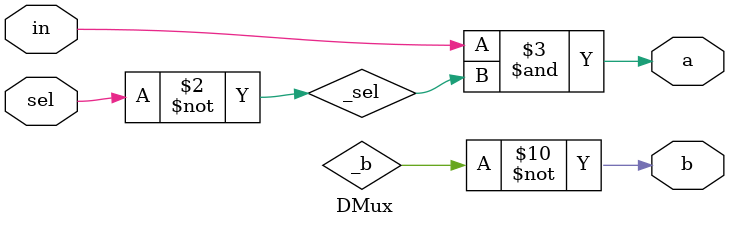
<source format=v>
`timescale 1ns / 1ps
module DMux(input in,sel,
    output a,b);
    wire _sel;
    nand X1(_sel,sel,sel);
    nand X2(_a,in,_sel);
    nand X3(_a,in,sel);
    nand X4(a,_a,_a);
    nand X5(b,_b,_b);
    
endmodule
</source>
